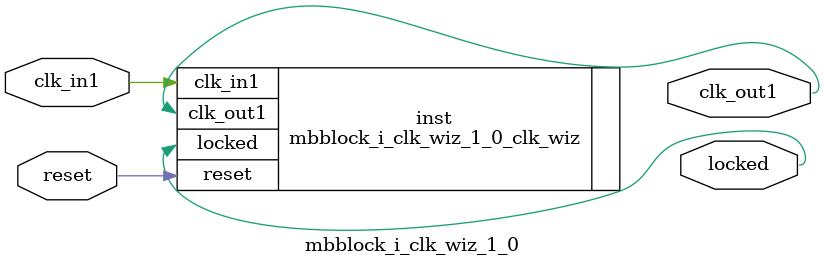
<source format=v>


`timescale 1ps/1ps

(* CORE_GENERATION_INFO = "mbblock_i_clk_wiz_1_0,clk_wiz_v6_0_11_0_0,{component_name=mbblock_i_clk_wiz_1_0,use_phase_alignment=true,use_min_o_jitter=false,use_max_i_jitter=false,use_dyn_phase_shift=false,use_inclk_switchover=false,use_dyn_reconfig=false,enable_axi=0,feedback_source=FDBK_AUTO,PRIMITIVE=MMCM,num_out_clk=1,clkin1_period=10.000,clkin2_period=10.000,use_power_down=false,use_reset=true,use_locked=true,use_inclk_stopped=false,feedback_type=SINGLE,CLOCK_MGR_TYPE=NA,manual_override=false}" *)

module mbblock_i_clk_wiz_1_0 
 (
  // Clock out ports
  output        clk_out1,
  // Status and control signals
  input         reset,
  output        locked,
 // Clock in ports
  input         clk_in1
 );

  mbblock_i_clk_wiz_1_0_clk_wiz inst
  (
  // Clock out ports  
  .clk_out1(clk_out1),
  // Status and control signals               
  .reset(reset), 
  .locked(locked),
 // Clock in ports
  .clk_in1(clk_in1)
  );

endmodule

</source>
